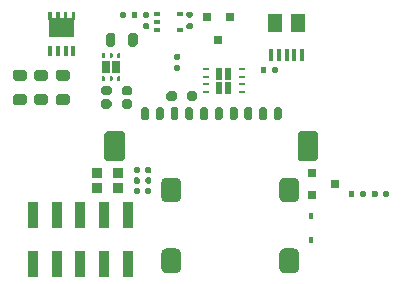
<source format=gtp>
G04 #@! TF.GenerationSoftware,KiCad,Pcbnew,5.1.6*
G04 #@! TF.CreationDate,2020-06-28T16:35:29+02:00*
G04 #@! TF.ProjectId,altimeter,616c7469-6d65-4746-9572-2e6b69636164,V 1.2 Rev. A*
G04 #@! TF.SameCoordinates,Original*
G04 #@! TF.FileFunction,Paste,Top*
G04 #@! TF.FilePolarity,Positive*
%FSLAX46Y46*%
G04 Gerber Fmt 4.6, Leading zero omitted, Abs format (unit mm)*
G04 Created by KiCad (PCBNEW 5.1.6) date 2020-06-28 16:35:29*
%MOMM*%
%LPD*%
G01*
G04 APERTURE LIST*
%ADD10R,0.546000X0.336000*%
%ADD11R,0.600000X1.000000*%
%ADD12R,0.546000X0.294000*%
%ADD13R,0.840000X0.840000*%
%ADD14R,0.378000X0.504000*%
%ADD15C,0.100000*%
%ADD16R,0.380700X0.930600*%
%ADD17R,0.756000X0.672000*%
%ADD18R,0.672000X0.756000*%
%ADD19R,1.260000X1.596000*%
%ADD20R,0.336000X1.134000*%
%ADD21R,0.840000X2.167200*%
G04 APERTURE END LIST*
D10*
X163425000Y-97750000D03*
X163425000Y-99050000D03*
X161525000Y-98400000D03*
X161525000Y-99050000D03*
X161525000Y-97750000D03*
G36*
G01*
X158350301Y-102700000D02*
X157749699Y-102700000D01*
G75*
G02*
X157700000Y-102650301I0J49699D01*
G01*
X157700000Y-101749699D01*
G75*
G02*
X157749699Y-101700000I49699J0D01*
G01*
X158350301Y-101700000D01*
G75*
G02*
X158400000Y-101749699I0J-49699D01*
G01*
X158400000Y-102650301D01*
G75*
G02*
X158350301Y-102700000I-49699J0D01*
G01*
G37*
G36*
G01*
X157450301Y-102700000D02*
X156849699Y-102700000D01*
G75*
G02*
X156800000Y-102650301I0J49699D01*
G01*
X156800000Y-101749699D01*
G75*
G02*
X156849699Y-101700000I49699J0D01*
G01*
X157450301Y-101700000D01*
G75*
G02*
X157500000Y-101749699I0J-49699D01*
G01*
X157500000Y-102650301D01*
G75*
G02*
X157450301Y-102700000I-49699J0D01*
G01*
G37*
G36*
G01*
X158333916Y-101414000D02*
X158166084Y-101414000D01*
G75*
G02*
X158124000Y-101371916I0J42084D01*
G01*
X158124000Y-101078084D01*
G75*
G02*
X158166084Y-101036000I42084J0D01*
G01*
X158333916Y-101036000D01*
G75*
G02*
X158376000Y-101078084I0J-42084D01*
G01*
X158376000Y-101371916D01*
G75*
G02*
X158333916Y-101414000I-42084J0D01*
G01*
G37*
G36*
G01*
X157683916Y-101414000D02*
X157516084Y-101414000D01*
G75*
G02*
X157474000Y-101371916I0J42084D01*
G01*
X157474000Y-101078084D01*
G75*
G02*
X157516084Y-101036000I42084J0D01*
G01*
X157683916Y-101036000D01*
G75*
G02*
X157726000Y-101078084I0J-42084D01*
G01*
X157726000Y-101371916D01*
G75*
G02*
X157683916Y-101414000I-42084J0D01*
G01*
G37*
G36*
G01*
X157033916Y-101414000D02*
X156866084Y-101414000D01*
G75*
G02*
X156824000Y-101371916I0J42084D01*
G01*
X156824000Y-101078084D01*
G75*
G02*
X156866084Y-101036000I42084J0D01*
G01*
X157033916Y-101036000D01*
G75*
G02*
X157076000Y-101078084I0J-42084D01*
G01*
X157076000Y-101371916D01*
G75*
G02*
X157033916Y-101414000I-42084J0D01*
G01*
G37*
G36*
G01*
X158333916Y-103364000D02*
X158166084Y-103364000D01*
G75*
G02*
X158124000Y-103321916I0J42084D01*
G01*
X158124000Y-103028084D01*
G75*
G02*
X158166084Y-102986000I42084J0D01*
G01*
X158333916Y-102986000D01*
G75*
G02*
X158376000Y-103028084I0J-42084D01*
G01*
X158376000Y-103321916D01*
G75*
G02*
X158333916Y-103364000I-42084J0D01*
G01*
G37*
G36*
G01*
X157683916Y-103364000D02*
X157516084Y-103364000D01*
G75*
G02*
X157474000Y-103321916I0J42084D01*
G01*
X157474000Y-103028084D01*
G75*
G02*
X157516084Y-102986000I42084J0D01*
G01*
X157683916Y-102986000D01*
G75*
G02*
X157726000Y-103028084I0J-42084D01*
G01*
X157726000Y-103321916D01*
G75*
G02*
X157683916Y-103364000I-42084J0D01*
G01*
G37*
G36*
G01*
X157033916Y-103364000D02*
X156866084Y-103364000D01*
G75*
G02*
X156824000Y-103321916I0J42084D01*
G01*
X156824000Y-103028084D01*
G75*
G02*
X156866084Y-102986000I42084J0D01*
G01*
X157033916Y-102986000D01*
G75*
G02*
X157076000Y-103028084I0J-42084D01*
G01*
X157076000Y-103321916D01*
G75*
G02*
X157033916Y-103364000I-42084J0D01*
G01*
G37*
G36*
G01*
X158519000Y-105529500D02*
X158519000Y-105130500D01*
G75*
G02*
X158718500Y-104931000I199500J0D01*
G01*
X159201500Y-104931000D01*
G75*
G02*
X159401000Y-105130500I0J-199500D01*
G01*
X159401000Y-105529500D01*
G75*
G02*
X159201500Y-105729000I-199500J0D01*
G01*
X158718500Y-105729000D01*
G75*
G02*
X158519000Y-105529500I0J199500D01*
G01*
G37*
G36*
G01*
X156769000Y-105529500D02*
X156769000Y-105130500D01*
G75*
G02*
X156968500Y-104931000I199500J0D01*
G01*
X157451500Y-104931000D01*
G75*
G02*
X157651000Y-105130500I0J-199500D01*
G01*
X157651000Y-105529500D01*
G75*
G02*
X157451500Y-105729000I-199500J0D01*
G01*
X156968500Y-105729000D01*
G75*
G02*
X156769000Y-105529500I0J199500D01*
G01*
G37*
G36*
G01*
X151306999Y-104472000D02*
X152063001Y-104472000D01*
G75*
G02*
X152273000Y-104681999I0J-209999D01*
G01*
X152273000Y-105228001D01*
G75*
G02*
X152063001Y-105438000I-209999J0D01*
G01*
X151306999Y-105438000D01*
G75*
G02*
X151097000Y-105228001I0J209999D01*
G01*
X151097000Y-104681999D01*
G75*
G02*
X151306999Y-104472000I209999J0D01*
G01*
G37*
G36*
G01*
X151306999Y-102422000D02*
X152063001Y-102422000D01*
G75*
G02*
X152273000Y-102631999I0J-209999D01*
G01*
X152273000Y-103178001D01*
G75*
G02*
X152063001Y-103388000I-209999J0D01*
G01*
X151306999Y-103388000D01*
G75*
G02*
X151097000Y-103178001I0J209999D01*
G01*
X151097000Y-102631999D01*
G75*
G02*
X151306999Y-102422000I209999J0D01*
G01*
G37*
G36*
G01*
X153121999Y-104472000D02*
X153878001Y-104472000D01*
G75*
G02*
X154088000Y-104681999I0J-209999D01*
G01*
X154088000Y-105228001D01*
G75*
G02*
X153878001Y-105438000I-209999J0D01*
G01*
X153121999Y-105438000D01*
G75*
G02*
X152912000Y-105228001I0J209999D01*
G01*
X152912000Y-104681999D01*
G75*
G02*
X153121999Y-104472000I209999J0D01*
G01*
G37*
G36*
G01*
X153121999Y-102422000D02*
X153878001Y-102422000D01*
G75*
G02*
X154088000Y-102631999I0J-209999D01*
G01*
X154088000Y-103178001D01*
G75*
G02*
X153878001Y-103388000I-209999J0D01*
G01*
X153121999Y-103388000D01*
G75*
G02*
X152912000Y-103178001I0J209999D01*
G01*
X152912000Y-102631999D01*
G75*
G02*
X153121999Y-102422000I209999J0D01*
G01*
G37*
G36*
G01*
X149491999Y-104472000D02*
X150248001Y-104472000D01*
G75*
G02*
X150458000Y-104681999I0J-209999D01*
G01*
X150458000Y-105228001D01*
G75*
G02*
X150248001Y-105438000I-209999J0D01*
G01*
X149491999Y-105438000D01*
G75*
G02*
X149282000Y-105228001I0J209999D01*
G01*
X149282000Y-104681999D01*
G75*
G02*
X149491999Y-104472000I209999J0D01*
G01*
G37*
G36*
G01*
X149491999Y-102422000D02*
X150248001Y-102422000D01*
G75*
G02*
X150458000Y-102631999I0J-209999D01*
G01*
X150458000Y-103178001D01*
G75*
G02*
X150248001Y-103388000I-209999J0D01*
G01*
X149491999Y-103388000D01*
G75*
G02*
X149282000Y-103178001I0J209999D01*
G01*
X149282000Y-102631999D01*
G75*
G02*
X149491999Y-102422000I209999J0D01*
G01*
G37*
G36*
G01*
X163166000Y-104460500D02*
X163166000Y-104859500D01*
G75*
G02*
X162966500Y-105059000I-199500J0D01*
G01*
X162483500Y-105059000D01*
G75*
G02*
X162284000Y-104859500I0J199500D01*
G01*
X162284000Y-104460500D01*
G75*
G02*
X162483500Y-104261000I199500J0D01*
G01*
X162966500Y-104261000D01*
G75*
G02*
X163166000Y-104460500I0J-199500D01*
G01*
G37*
G36*
G01*
X164916000Y-104460500D02*
X164916000Y-104859500D01*
G75*
G02*
X164716500Y-105059000I-199500J0D01*
G01*
X164233500Y-105059000D01*
G75*
G02*
X164034000Y-104859500I0J199500D01*
G01*
X164034000Y-104460500D01*
G75*
G02*
X164233500Y-104261000I199500J0D01*
G01*
X164716500Y-104261000D01*
G75*
G02*
X164916000Y-104460500I0J-199500D01*
G01*
G37*
G36*
G01*
X163344900Y-101562800D02*
X163055100Y-101562800D01*
G75*
G02*
X162931200Y-101438900I0J123900D01*
G01*
X162931200Y-101191100D01*
G75*
G02*
X163055100Y-101067200I123900J0D01*
G01*
X163344900Y-101067200D01*
G75*
G02*
X163468800Y-101191100I0J-123900D01*
G01*
X163468800Y-101438900D01*
G75*
G02*
X163344900Y-101562800I-123900J0D01*
G01*
G37*
G36*
G01*
X163344900Y-102532800D02*
X163055100Y-102532800D01*
G75*
G02*
X162931200Y-102408900I0J123900D01*
G01*
X162931200Y-102161100D01*
G75*
G02*
X163055100Y-102037200I123900J0D01*
G01*
X163344900Y-102037200D01*
G75*
G02*
X163468800Y-102161100I0J-123900D01*
G01*
X163468800Y-102408900D01*
G75*
G02*
X163344900Y-102532800I-123900J0D01*
G01*
G37*
G36*
G01*
X159028000Y-100283250D02*
X159028000Y-99516750D01*
G75*
G02*
X159232750Y-99312000I204750J0D01*
G01*
X159642250Y-99312000D01*
G75*
G02*
X159847000Y-99516750I0J-204750D01*
G01*
X159847000Y-100283250D01*
G75*
G02*
X159642250Y-100488000I-204750J0D01*
G01*
X159232750Y-100488000D01*
G75*
G02*
X159028000Y-100283250I0J204750D01*
G01*
G37*
G36*
G01*
X157153000Y-100283250D02*
X157153000Y-99516750D01*
G75*
G02*
X157357750Y-99312000I204750J0D01*
G01*
X157767250Y-99312000D01*
G75*
G02*
X157972000Y-99516750I0J-204750D01*
G01*
X157972000Y-100283250D01*
G75*
G02*
X157767250Y-100488000I-204750J0D01*
G01*
X157357750Y-100488000D01*
G75*
G02*
X157153000Y-100283250I0J204750D01*
G01*
G37*
D11*
X167537500Y-103950000D03*
X166762500Y-103950000D03*
X166762500Y-102750000D03*
X167537500Y-102750000D03*
D12*
X165600000Y-104325000D03*
X165600000Y-103675000D03*
X165600000Y-103025000D03*
X165600000Y-102375000D03*
X168700000Y-102375000D03*
X168700000Y-103025000D03*
X168700000Y-103675000D03*
X168700000Y-104325000D03*
G36*
G01*
X160032800Y-110785100D02*
X160032800Y-111074900D01*
G75*
G02*
X159908900Y-111198800I-123900J0D01*
G01*
X159661100Y-111198800D01*
G75*
G02*
X159537200Y-111074900I0J123900D01*
G01*
X159537200Y-110785100D01*
G75*
G02*
X159661100Y-110661200I123900J0D01*
G01*
X159908900Y-110661200D01*
G75*
G02*
X160032800Y-110785100I0J-123900D01*
G01*
G37*
G36*
G01*
X161002800Y-110785100D02*
X161002800Y-111074900D01*
G75*
G02*
X160878900Y-111198800I-123900J0D01*
G01*
X160631100Y-111198800D01*
G75*
G02*
X160507200Y-111074900I0J123900D01*
G01*
X160507200Y-110785100D01*
G75*
G02*
X160631100Y-110661200I123900J0D01*
G01*
X160878900Y-110661200D01*
G75*
G02*
X161002800Y-110785100I0J-123900D01*
G01*
G37*
G36*
G01*
X160032800Y-111665100D02*
X160032800Y-111954900D01*
G75*
G02*
X159908900Y-112078800I-123900J0D01*
G01*
X159661100Y-112078800D01*
G75*
G02*
X159537200Y-111954900I0J123900D01*
G01*
X159537200Y-111665100D01*
G75*
G02*
X159661100Y-111541200I123900J0D01*
G01*
X159908900Y-111541200D01*
G75*
G02*
X160032800Y-111665100I0J-123900D01*
G01*
G37*
G36*
G01*
X161002800Y-111665100D02*
X161002800Y-111954900D01*
G75*
G02*
X160878900Y-112078800I-123900J0D01*
G01*
X160631100Y-112078800D01*
G75*
G02*
X160507200Y-111954900I0J123900D01*
G01*
X160507200Y-111665100D01*
G75*
G02*
X160631100Y-111541200I123900J0D01*
G01*
X160878900Y-111541200D01*
G75*
G02*
X161002800Y-111665100I0J-123900D01*
G01*
G37*
G36*
G01*
X160032800Y-112545100D02*
X160032800Y-112834900D01*
G75*
G02*
X159908900Y-112958800I-123900J0D01*
G01*
X159661100Y-112958800D01*
G75*
G02*
X159537200Y-112834900I0J123900D01*
G01*
X159537200Y-112545100D01*
G75*
G02*
X159661100Y-112421200I123900J0D01*
G01*
X159908900Y-112421200D01*
G75*
G02*
X160032800Y-112545100I0J-123900D01*
G01*
G37*
G36*
G01*
X161002800Y-112545100D02*
X161002800Y-112834900D01*
G75*
G02*
X160878900Y-112958800I-123900J0D01*
G01*
X160631100Y-112958800D01*
G75*
G02*
X160507200Y-112834900I0J123900D01*
G01*
X160507200Y-112545100D01*
G75*
G02*
X160631100Y-112421200I123900J0D01*
G01*
X160878900Y-112421200D01*
G75*
G02*
X161002800Y-112545100I0J-123900D01*
G01*
G37*
D13*
X158225000Y-112425000D03*
X156375000Y-112425000D03*
X156375000Y-111175000D03*
X158225000Y-111175000D03*
G36*
G01*
X173393000Y-109950000D02*
X173393000Y-107850000D01*
G75*
G02*
X173603000Y-107640000I210000J0D01*
G01*
X174947000Y-107640000D01*
G75*
G02*
X175157000Y-107850000I0J-210000D01*
G01*
X175157000Y-109950000D01*
G75*
G02*
X174947000Y-110160000I-210000J0D01*
G01*
X173603000Y-110160000D01*
G75*
G02*
X173393000Y-109950000I0J210000D01*
G01*
G37*
G36*
G01*
X157043000Y-109950000D02*
X157043000Y-107850000D01*
G75*
G02*
X157253000Y-107640000I210000J0D01*
G01*
X158597000Y-107640000D01*
G75*
G02*
X158807000Y-107850000I0J-210000D01*
G01*
X158807000Y-109950000D01*
G75*
G02*
X158597000Y-110160000I-210000J0D01*
G01*
X157253000Y-110160000D01*
G75*
G02*
X157043000Y-109950000I0J210000D01*
G01*
G37*
G36*
G01*
X171389000Y-106528000D02*
X171389000Y-105772000D01*
G75*
G02*
X171557000Y-105604000I168000J0D01*
G01*
X171893000Y-105604000D01*
G75*
G02*
X172061000Y-105772000I0J-168000D01*
G01*
X172061000Y-106528000D01*
G75*
G02*
X171893000Y-106696000I-168000J0D01*
G01*
X171557000Y-106696000D01*
G75*
G02*
X171389000Y-106528000I0J168000D01*
G01*
G37*
G36*
G01*
X170139000Y-106528000D02*
X170139000Y-105772000D01*
G75*
G02*
X170307000Y-105604000I168000J0D01*
G01*
X170643000Y-105604000D01*
G75*
G02*
X170811000Y-105772000I0J-168000D01*
G01*
X170811000Y-106528000D01*
G75*
G02*
X170643000Y-106696000I-168000J0D01*
G01*
X170307000Y-106696000D01*
G75*
G02*
X170139000Y-106528000I0J168000D01*
G01*
G37*
G36*
G01*
X168889000Y-106528000D02*
X168889000Y-105772000D01*
G75*
G02*
X169057000Y-105604000I168000J0D01*
G01*
X169393000Y-105604000D01*
G75*
G02*
X169561000Y-105772000I0J-168000D01*
G01*
X169561000Y-106528000D01*
G75*
G02*
X169393000Y-106696000I-168000J0D01*
G01*
X169057000Y-106696000D01*
G75*
G02*
X168889000Y-106528000I0J168000D01*
G01*
G37*
G36*
G01*
X167639000Y-106528000D02*
X167639000Y-105772000D01*
G75*
G02*
X167807000Y-105604000I168000J0D01*
G01*
X168143000Y-105604000D01*
G75*
G02*
X168311000Y-105772000I0J-168000D01*
G01*
X168311000Y-106528000D01*
G75*
G02*
X168143000Y-106696000I-168000J0D01*
G01*
X167807000Y-106696000D01*
G75*
G02*
X167639000Y-106528000I0J168000D01*
G01*
G37*
G36*
G01*
X166389000Y-106528000D02*
X166389000Y-105772000D01*
G75*
G02*
X166557000Y-105604000I168000J0D01*
G01*
X166893000Y-105604000D01*
G75*
G02*
X167061000Y-105772000I0J-168000D01*
G01*
X167061000Y-106528000D01*
G75*
G02*
X166893000Y-106696000I-168000J0D01*
G01*
X166557000Y-106696000D01*
G75*
G02*
X166389000Y-106528000I0J168000D01*
G01*
G37*
G36*
G01*
X165139000Y-106528000D02*
X165139000Y-105772000D01*
G75*
G02*
X165307000Y-105604000I168000J0D01*
G01*
X165643000Y-105604000D01*
G75*
G02*
X165811000Y-105772000I0J-168000D01*
G01*
X165811000Y-106528000D01*
G75*
G02*
X165643000Y-106696000I-168000J0D01*
G01*
X165307000Y-106696000D01*
G75*
G02*
X165139000Y-106528000I0J168000D01*
G01*
G37*
G36*
G01*
X163889000Y-106528000D02*
X163889000Y-105772000D01*
G75*
G02*
X164057000Y-105604000I168000J0D01*
G01*
X164393000Y-105604000D01*
G75*
G02*
X164561000Y-105772000I0J-168000D01*
G01*
X164561000Y-106528000D01*
G75*
G02*
X164393000Y-106696000I-168000J0D01*
G01*
X164057000Y-106696000D01*
G75*
G02*
X163889000Y-106528000I0J168000D01*
G01*
G37*
G36*
G01*
X162639000Y-106528000D02*
X162639000Y-105772000D01*
G75*
G02*
X162807000Y-105604000I168000J0D01*
G01*
X163143000Y-105604000D01*
G75*
G02*
X163311000Y-105772000I0J-168000D01*
G01*
X163311000Y-106528000D01*
G75*
G02*
X163143000Y-106696000I-168000J0D01*
G01*
X162807000Y-106696000D01*
G75*
G02*
X162639000Y-106528000I0J168000D01*
G01*
G37*
G36*
G01*
X161389000Y-106528000D02*
X161389000Y-105772000D01*
G75*
G02*
X161557000Y-105604000I168000J0D01*
G01*
X161893000Y-105604000D01*
G75*
G02*
X162061000Y-105772000I0J-168000D01*
G01*
X162061000Y-106528000D01*
G75*
G02*
X161893000Y-106696000I-168000J0D01*
G01*
X161557000Y-106696000D01*
G75*
G02*
X161389000Y-106528000I0J168000D01*
G01*
G37*
G36*
G01*
X160139000Y-106528000D02*
X160139000Y-105772000D01*
G75*
G02*
X160307000Y-105604000I168000J0D01*
G01*
X160643000Y-105604000D01*
G75*
G02*
X160811000Y-105772000I0J-168000D01*
G01*
X160811000Y-106528000D01*
G75*
G02*
X160643000Y-106696000I-168000J0D01*
G01*
X160307000Y-106696000D01*
G75*
G02*
X160139000Y-106528000I0J168000D01*
G01*
G37*
D14*
X174498000Y-114774000D03*
X174498000Y-116874000D03*
G36*
G01*
X178687200Y-113094900D02*
X178687200Y-112805100D01*
G75*
G02*
X178811100Y-112681200I123900J0D01*
G01*
X179058900Y-112681200D01*
G75*
G02*
X179182800Y-112805100I0J-123900D01*
G01*
X179182800Y-113094900D01*
G75*
G02*
X179058900Y-113218800I-123900J0D01*
G01*
X178811100Y-113218800D01*
G75*
G02*
X178687200Y-113094900I0J123900D01*
G01*
G37*
G36*
G01*
X177717200Y-113094900D02*
X177717200Y-112805100D01*
G75*
G02*
X177841100Y-112681200I123900J0D01*
G01*
X178088900Y-112681200D01*
G75*
G02*
X178212800Y-112805100I0J-123900D01*
G01*
X178212800Y-113094900D01*
G75*
G02*
X178088900Y-113218800I-123900J0D01*
G01*
X177841100Y-113218800D01*
G75*
G02*
X177717200Y-113094900I0J123900D01*
G01*
G37*
D15*
G36*
X152590750Y-97561750D02*
G01*
X152590750Y-98020000D01*
X152591744Y-98030096D01*
X152594689Y-98039804D01*
X152599471Y-98048751D01*
X152605907Y-98056593D01*
X152613749Y-98063029D01*
X152622696Y-98067811D01*
X152632404Y-98070756D01*
X152642500Y-98071750D01*
X152897500Y-98071750D01*
X152907596Y-98070756D01*
X152917304Y-98067811D01*
X152926251Y-98063029D01*
X152934093Y-98056593D01*
X152940529Y-98048751D01*
X152945311Y-98039804D01*
X152948256Y-98030096D01*
X152949250Y-98020000D01*
X152949250Y-97561750D01*
X153250750Y-97561750D01*
X153250750Y-98020000D01*
X153251744Y-98030096D01*
X153254689Y-98039804D01*
X153259471Y-98048751D01*
X153265907Y-98056593D01*
X153273749Y-98063029D01*
X153282696Y-98067811D01*
X153292404Y-98070756D01*
X153302500Y-98071750D01*
X153557500Y-98071750D01*
X153567596Y-98070756D01*
X153577304Y-98067811D01*
X153586251Y-98063029D01*
X153594093Y-98056593D01*
X153600529Y-98048751D01*
X153605311Y-98039804D01*
X153608256Y-98030096D01*
X153609250Y-98020000D01*
X153609250Y-97561750D01*
X153910750Y-97561750D01*
X153910750Y-98020000D01*
X153911744Y-98030096D01*
X153914689Y-98039804D01*
X153919471Y-98048751D01*
X153925907Y-98056593D01*
X153933749Y-98063029D01*
X153942696Y-98067811D01*
X153952404Y-98070756D01*
X153962500Y-98071750D01*
X154217500Y-98071750D01*
X154227596Y-98070756D01*
X154237304Y-98067811D01*
X154246251Y-98063029D01*
X154254093Y-98056593D01*
X154260529Y-98048751D01*
X154265311Y-98039804D01*
X154268256Y-98030096D01*
X154269250Y-98020000D01*
X154269250Y-97561750D01*
X154573250Y-97561750D01*
X154573250Y-98218250D01*
X154547500Y-98218250D01*
X154537404Y-98219244D01*
X154527696Y-98222189D01*
X154518749Y-98226971D01*
X154510907Y-98233407D01*
X154504471Y-98241249D01*
X154499689Y-98250196D01*
X154496744Y-98259904D01*
X154495750Y-98270000D01*
X154495750Y-99693250D01*
X152364250Y-99693250D01*
X152364250Y-98270000D01*
X152363256Y-98259904D01*
X152360311Y-98250196D01*
X152355529Y-98241249D01*
X152349093Y-98233407D01*
X152341251Y-98226971D01*
X152332304Y-98222189D01*
X152322596Y-98219244D01*
X152312500Y-98218250D01*
X152286750Y-98218250D01*
X152286750Y-97561750D01*
X152590750Y-97561750D01*
G37*
D16*
X154420000Y-100875000D03*
X153760000Y-100875000D03*
X153100000Y-100875000D03*
X152440000Y-100875000D03*
G36*
G01*
X180162800Y-112805100D02*
X180162800Y-113094900D01*
G75*
G02*
X180038900Y-113218800I-123900J0D01*
G01*
X179791100Y-113218800D01*
G75*
G02*
X179667200Y-113094900I0J123900D01*
G01*
X179667200Y-112805100D01*
G75*
G02*
X179791100Y-112681200I123900J0D01*
G01*
X180038900Y-112681200D01*
G75*
G02*
X180162800Y-112805100I0J-123900D01*
G01*
G37*
G36*
G01*
X181132800Y-112805100D02*
X181132800Y-113094900D01*
G75*
G02*
X181008900Y-113218800I-123900J0D01*
G01*
X180761100Y-113218800D01*
G75*
G02*
X180637200Y-113094900I0J123900D01*
G01*
X180637200Y-112805100D01*
G75*
G02*
X180761100Y-112681200I123900J0D01*
G01*
X181008900Y-112681200D01*
G75*
G02*
X181132800Y-112805100I0J-123900D01*
G01*
G37*
G36*
G01*
X164105100Y-98487200D02*
X164394900Y-98487200D01*
G75*
G02*
X164518800Y-98611100I0J-123900D01*
G01*
X164518800Y-98858900D01*
G75*
G02*
X164394900Y-98982800I-123900J0D01*
G01*
X164105100Y-98982800D01*
G75*
G02*
X163981200Y-98858900I0J123900D01*
G01*
X163981200Y-98611100D01*
G75*
G02*
X164105100Y-98487200I123900J0D01*
G01*
G37*
G36*
G01*
X164105100Y-97517200D02*
X164394900Y-97517200D01*
G75*
G02*
X164518800Y-97641100I0J-123900D01*
G01*
X164518800Y-97888900D01*
G75*
G02*
X164394900Y-98012800I-123900J0D01*
G01*
X164105100Y-98012800D01*
G75*
G02*
X163981200Y-97888900I0J123900D01*
G01*
X163981200Y-97641100D01*
G75*
G02*
X164105100Y-97517200I123900J0D01*
G01*
G37*
D17*
X176600000Y-112100000D03*
X174600000Y-113050000D03*
X174600000Y-111150000D03*
G36*
G01*
X163110800Y-113658100D02*
X162270800Y-113658100D01*
G75*
G02*
X161850800Y-113238100I0J420000D01*
G01*
X161850800Y-111978100D01*
G75*
G02*
X162270800Y-111558100I420000J0D01*
G01*
X163110800Y-111558100D01*
G75*
G02*
X163530800Y-111978100I0J-420000D01*
G01*
X163530800Y-113238100D01*
G75*
G02*
X163110800Y-113658100I-420000J0D01*
G01*
G37*
G36*
G01*
X173110800Y-113658100D02*
X172270800Y-113658100D01*
G75*
G02*
X171850800Y-113238100I0J420000D01*
G01*
X171850800Y-111978100D01*
G75*
G02*
X172270800Y-111558100I420000J0D01*
G01*
X173110800Y-111558100D01*
G75*
G02*
X173530800Y-111978100I0J-420000D01*
G01*
X173530800Y-113238100D01*
G75*
G02*
X173110800Y-113658100I-420000J0D01*
G01*
G37*
G36*
G01*
X173110800Y-119658100D02*
X172270800Y-119658100D01*
G75*
G02*
X171850800Y-119238100I0J420000D01*
G01*
X171850800Y-117978100D01*
G75*
G02*
X172270800Y-117558100I420000J0D01*
G01*
X173110800Y-117558100D01*
G75*
G02*
X173530800Y-117978100I0J-420000D01*
G01*
X173530800Y-119238100D01*
G75*
G02*
X173110800Y-119658100I-420000J0D01*
G01*
G37*
G36*
G01*
X163110800Y-119658100D02*
X162270800Y-119658100D01*
G75*
G02*
X161850800Y-119238100I0J420000D01*
G01*
X161850800Y-117978100D01*
G75*
G02*
X162270800Y-117558100I420000J0D01*
G01*
X163110800Y-117558100D01*
G75*
G02*
X163530800Y-117978100I0J-420000D01*
G01*
X163530800Y-119238100D01*
G75*
G02*
X163110800Y-119658100I-420000J0D01*
G01*
G37*
G36*
G01*
X170762800Y-102305100D02*
X170762800Y-102594900D01*
G75*
G02*
X170638900Y-102718800I-123900J0D01*
G01*
X170391100Y-102718800D01*
G75*
G02*
X170267200Y-102594900I0J123900D01*
G01*
X170267200Y-102305100D01*
G75*
G02*
X170391100Y-102181200I123900J0D01*
G01*
X170638900Y-102181200D01*
G75*
G02*
X170762800Y-102305100I0J-123900D01*
G01*
G37*
G36*
G01*
X171732800Y-102305100D02*
X171732800Y-102594900D01*
G75*
G02*
X171608900Y-102718800I-123900J0D01*
G01*
X171361100Y-102718800D01*
G75*
G02*
X171237200Y-102594900I0J123900D01*
G01*
X171237200Y-102305100D01*
G75*
G02*
X171361100Y-102181200I123900J0D01*
G01*
X171608900Y-102181200D01*
G75*
G02*
X171732800Y-102305100I0J-123900D01*
G01*
G37*
G36*
G01*
X160430100Y-98512200D02*
X160719900Y-98512200D01*
G75*
G02*
X160843800Y-98636100I0J-123900D01*
G01*
X160843800Y-98883900D01*
G75*
G02*
X160719900Y-99007800I-123900J0D01*
G01*
X160430100Y-99007800D01*
G75*
G02*
X160306200Y-98883900I0J123900D01*
G01*
X160306200Y-98636100D01*
G75*
G02*
X160430100Y-98512200I123900J0D01*
G01*
G37*
G36*
G01*
X160430100Y-97542200D02*
X160719900Y-97542200D01*
G75*
G02*
X160843800Y-97666100I0J-123900D01*
G01*
X160843800Y-97913900D01*
G75*
G02*
X160719900Y-98037800I-123900J0D01*
G01*
X160430100Y-98037800D01*
G75*
G02*
X160306200Y-97913900I0J123900D01*
G01*
X160306200Y-97666100D01*
G75*
G02*
X160430100Y-97542200I123900J0D01*
G01*
G37*
G36*
G01*
X159337200Y-97944900D02*
X159337200Y-97655100D01*
G75*
G02*
X159461100Y-97531200I123900J0D01*
G01*
X159708900Y-97531200D01*
G75*
G02*
X159832800Y-97655100I0J-123900D01*
G01*
X159832800Y-97944900D01*
G75*
G02*
X159708900Y-98068800I-123900J0D01*
G01*
X159461100Y-98068800D01*
G75*
G02*
X159337200Y-97944900I0J123900D01*
G01*
G37*
G36*
G01*
X158367200Y-97944900D02*
X158367200Y-97655100D01*
G75*
G02*
X158491100Y-97531200I123900J0D01*
G01*
X158738900Y-97531200D01*
G75*
G02*
X158862800Y-97655100I0J-123900D01*
G01*
X158862800Y-97944900D01*
G75*
G02*
X158738900Y-98068800I-123900J0D01*
G01*
X158491100Y-98068800D01*
G75*
G02*
X158367200Y-97944900I0J123900D01*
G01*
G37*
D18*
X166700000Y-99950000D03*
X165750000Y-97950000D03*
X167650000Y-97950000D03*
D19*
X173460000Y-98462500D03*
D20*
X172460000Y-101162500D03*
X171810000Y-101162500D03*
X171160000Y-101162500D03*
X173760000Y-101162500D03*
X173110000Y-101162500D03*
D19*
X171460000Y-98462500D03*
D21*
X159000000Y-114715000D03*
X159000000Y-118885000D03*
X157000000Y-114715000D03*
X157000000Y-118885000D03*
X155000000Y-114715000D03*
X155000000Y-118885000D03*
X153000000Y-114715000D03*
X153000000Y-118885000D03*
X151000000Y-114715000D03*
X151000000Y-118885000D03*
G36*
G01*
X158519000Y-104399500D02*
X158519000Y-104000500D01*
G75*
G02*
X158718500Y-103801000I199500J0D01*
G01*
X159201500Y-103801000D01*
G75*
G02*
X159401000Y-104000500I0J-199500D01*
G01*
X159401000Y-104399500D01*
G75*
G02*
X159201500Y-104599000I-199500J0D01*
G01*
X158718500Y-104599000D01*
G75*
G02*
X158519000Y-104399500I0J199500D01*
G01*
G37*
G36*
G01*
X156769000Y-104399500D02*
X156769000Y-104000500D01*
G75*
G02*
X156968500Y-103801000I199500J0D01*
G01*
X157451500Y-103801000D01*
G75*
G02*
X157651000Y-104000500I0J-199500D01*
G01*
X157651000Y-104399500D01*
G75*
G02*
X157451500Y-104599000I-199500J0D01*
G01*
X156968500Y-104599000D01*
G75*
G02*
X156769000Y-104399500I0J199500D01*
G01*
G37*
M02*

</source>
